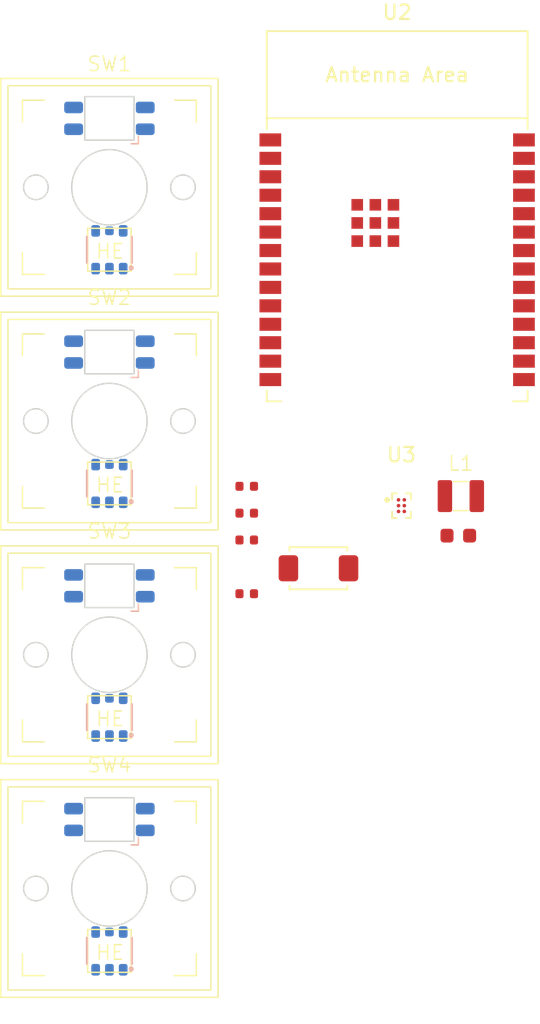
<source format=kicad_pcb>
(kicad_pcb (version 20241229) (generator "pcbnew") (generator_version "9.0")
  (title_block (title "Keys Dock Testpad") (date "2025-11-09") (rev "0.2.1") (company "keys.woooo.tech"))
  (layers (0 "F.Cu" signal) (2 "B.Cu" signal) (13 "F.Paste" user) (15 "B.Paste" user) (5 "F.SilkS" user "F.Silkscreen") (7 "B.SilkS" user "B.Silkscreen") (1 "F.Mask" user) (3 "B.Mask" user) (25 "Edge.Cuts" user))
  (net 0 "")
  (net 1 "GND")
  (net 2 "+5V")
  (net 3 "+3.3V")
  (net 4 "Net-(U3-SW)")
  (net 5 "Net-(SW1-HE_V3.3)")
  (net 6 "Net-(U3-VSET)")
  (net 9 "Net-(SW1-HE_SLEEP)")
  (net 13 "Net-(SW1-LED_DI)")
  (net 14 "Net-(SW2-LED_DI)")
  (net 19 "Net-(SW3-LED_DI)")
  (footprint "KeysDock:C_0402" (layer "F.Cu") (at 94.12 86.6)
    (property "Reference" "C1" (hide yes))
    (property "Value" "4.7uF")
    (pad "1" smd roundrect (at -0.5 0) (size 0.56 0.62) (layers "F.Cu" "F.Mask" "F.Paste") (net 2 "+5V"))
    (pad "2" smd roundrect (at 0.5 0) (size 0.56 0.62) (layers "F.Cu" "F.Mask" "F.Paste") (net 1 "GND"))
  )
  (footprint "KeysDock:C_0402" (layer "F.Cu") (at 94.12 88.45)
    (property "Reference" "C2" (hide yes))
    (property "Value" "10uF")
    (pad "1" smd roundrect (at -0.5 0) (size 0.56 0.62) (layers "F.Cu" "F.Mask" "F.Paste") (net 3 "+3.3V"))
    (pad "2" smd roundrect (at 0.5 0) (size 0.56 0.62) (layers "F.Cu" "F.Mask" "F.Paste") (net 1 "GND"))
  )
  (footprint "KeysDock:R_0402" (layer "F.Cu") (at 94.12 94)
    (property "Reference" "R3" (hide yes))
    (property "Value" "267kΩ" (hide yes))
    (pad "1" smd roundrect (at -0.5 0) (size 0.56 0.62) (layers "F.Cu" "F.Mask" "F.Paste") (net 1 "GND"))
    (pad "2" smd roundrect (at 0.5 0) (size 0.56 0.62) (layers "F.Cu" "F.Mask" "F.Paste") (net 6 "Net-(U3-VSET)"))
  )
  (footprint "KeysDock:IND-SMD_L2.5-W2.0_MHCHL2520" (layer "F.Cu") (at 108.895 87.275)
    (property "Reference" "L1" (at 0 -2.25 0) (layer "F.SilkS") (effects (font (thickness 0.1))))
    (property "Value" "22uH,5mA")
    (fp_line (start -0.5 -1) (end 0.5 -1) (stroke (width 0.1)) (layer "F.SilkS"))
    (fp_line (start -0.5 1) (end 0.5 1) (stroke (width 0.1)) (layer "F.SilkS"))
    (pad "1" smd roundrect (at -1.1 0 90) (size 2.2 1) (layers "F.Cu" "F.Mask" "F.Paste") (roundrect_rratio 0.15) (net 4 "Net-(U3-SW)"))
    (pad "2" smd roundrect (at 1.1 0 90) (size 2.2 1) (layers "F.Cu" "F.Mask" "F.Paste") (roundrect_rratio 0.15) (net 3 "+3.3V"))
  )
  (footprint "KeysDock:KD-SINGLE-KEY" (layer "F.Cu") (at 84.645 82.105)
    (property "Reference" "SW2" (at 0 -8.5 0) (layer "F.SilkS") (effects (font (thickness 0.1))))
    (property "Value" "~")
    (fp_line (start -6 -6) (end -6 -4.5) (stroke (width 0.1)) (layer "F.SilkS"))
    (fp_line (start -6 6) (end -6 4.5) (stroke (width 0.1)) (layer "F.SilkS"))
    (fp_line (start -4.5 -6) (end -6 -6) (stroke (width 0.1)) (layer "F.SilkS"))
    (fp_line (start -4.5 6) (end -6 6) (stroke (width 0.1)) (layer "F.SilkS"))
    (fp_line (start 2 -3.5) (end 2 -3) (stroke (width 0.1)) (layer "F.SilkS"))
    (fp_line (start 2 -3) (end 1.5 -3) (stroke (width 0.1)) (layer "F.SilkS"))
    (fp_line (start 4.5 -6) (end 6 -6) (stroke (width 0.1)) (layer "F.SilkS"))
    (fp_line (start 6 -6) (end 6 -4.5) (stroke (width 0.1)) (layer "F.SilkS"))
    (fp_line (start 6 4.5) (end 6 6) (stroke (width 0.1)) (layer "F.SilkS"))
    (fp_line (start 6 6) (end 4.5 6) (stroke (width 0.1)) (layer "F.SilkS"))
    (fp_rect (start -7.5 -7.5) (end 7.5 7.5) (stroke (width 0.1)) (fill no) (layer "F.SilkS"))
    (fp_rect (start -7 -7) (end 7 7) (stroke (width 0.1)) (fill no) (layer "F.SilkS"))
    (fp_rect (start -1.5 2.825) (end 1.5 5.775) (stroke (width 0.1)) (fill no) (layer "F.SilkS"))
    (fp_line (start -1.55 3.4) (end -1.55 5.2) (stroke (width 0.15)) (layer "B.SilkS"))
    (fp_line (start 1.55 3.4) (end 1.55 5.2) (stroke (width 0.15)) (layer "B.SilkS"))
    (fp_line (start 2 -3.5) (end 2 -3) (stroke (width 0.1)) (layer "B.SilkS"))
    (fp_line (start 2 -3) (end 1.5 -3) (stroke (width 0.1)) (layer "B.SilkS"))
    (fp_circle (center 1.5 5.55) (end 1.5 5.58) (stroke (width 0.15)) (fill no) (layer "B.SilkS"))
    (fp_rect (start -1.7 -6.25) (end 1.7 -3.25) (stroke (width 0.1)) (fill no) (layer "Edge.Cuts"))
    (fp_circle (center -5.075 0) (end -4.225 0) (stroke (width 0.1)) (fill no) (layer "Edge.Cuts"))
    (fp_circle (center 0 0) (end 2.6 0) (stroke (width 0.1)) (fill no) (layer "Edge.Cuts"))
    (fp_circle (center 5.075 0) (end 5.925 0) (stroke (width 0.1)) (fill no) (layer "Edge.Cuts"))
    (fp_text user "HE" (at -1 5 0) (layer "F.SilkS") (effects (font (thickness 0.1)) (justify left bottom)))
    (pad "H1" smd roundrect (at 0.95 5.6 90) (size 0.8 0.6) (layers "B.Cu" "B.Mask" "B.Paste"))
    (pad "H2" smd roundrect (at 0 5.6 90) (size 0.8 0.6) (layers "B.Cu" "B.Mask" "B.Paste") (net 1 "GND"))
    (pad "H3" smd roundrect (at -0.95 5.6 90) (size 0.8 0.6) (layers "B.Cu" "B.Mask" "B.Paste"))
    (pad "H4" smd roundrect (at -0.95 3 90) (size 0.8 0.6) (layers "B.Cu" "B.Mask" "B.Paste") (net 9 "Net-(SW1-HE_SLEEP)"))
    (pad "H5" smd roundrect (at 0 3 90) (size 0.6 0.6) (layers "B.Cu" "B.Mask" "B.Paste") (net 1 "GND"))
    (pad "H6" smd roundrect (at 0.95 3 90) (size 0.8 0.6) (layers "B.Cu" "B.Mask" "B.Paste"))
    (pad "L1" smd roundrect (at 2.47 -4 180) (size 1.3 0.8) (layers "B.Cu" "B.Mask" "B.Paste") (net 1 "GND"))
    (pad "L2" smd roundrect (at 2.47 -5.5 180) (size 1.3 0.8) (layers "B.Cu" "B.Mask" "B.Paste") (net 14 "Net-(SW2-LED_DI)"))
    (pad "L3" smd roundrect (at -2.47 -5.5 180) (size 1.3 0.8) (layers "B.Cu" "B.Mask" "B.Paste") (net 2 "+5V"))
    (pad "L4" smd roundrect (at -2.47 -4 180) (size 1.3 0.8) (layers "B.Cu" "B.Mask" "B.Paste") (net 13 "Net-(SW1-LED_DI)"))
  )
  (footprint "KeysDock:BGA6N40P3X2_146X96X50N" (layer "F.Cu") (at 104.794 87.934)
    (property "Reference" "U3" (at 0 -3.5 0) (layer "F.SilkS"))
    (property "Value" "TPS62840YBGR")
    (fp_line (start -0.645 -0.845) (end -0.645 -0.4225) (stroke (width 0.127)) (layer "F.SilkS"))
    (fp_line (start -0.645 -0.845) (end -0.3225 -0.845) (stroke (width 0.127)) (layer "F.SilkS"))
    (fp_line (start -0.645 0.845) (end -0.645 0.4225) (stroke (width 0.127)) (layer "F.SilkS"))
    (fp_line (start -0.645 0.845) (end -0.3225 0.845) (stroke (width 0.127)) (layer "F.SilkS"))
    (fp_line (start 0.645 -0.845) (end 0.3225 -0.845) (stroke (width 0.127)) (layer "F.SilkS"))
    (fp_line (start 0.645 -0.845) (end 0.645 -0.4225) (stroke (width 0.127)) (layer "F.SilkS"))
    (fp_line (start 0.645 0.845) (end 0.3225 0.845) (stroke (width 0.127)) (layer "F.SilkS"))
    (fp_line (start 0.645 0.845) (end 0.645 0.4225) (stroke (width 0.127)) (layer "F.SilkS"))
    (fp_circle (center -0.984 -0.4) (end -0.884 -0.4) (stroke (width 0.2)) (fill no) (layer "F.SilkS"))
    (pad "A1" smd circle (at -0.2 -0.4) (size 0.25 0.25) (layers "F.Cu" "F.Paste") (net 1 "GND"))
    (pad "A2" smd circle (at 0.2 -0.4) (size 0.25 0.25) (layers "F.Cu" "F.Paste") (net 3 "+3.3V"))
    (pad "B1" smd circle (at -0.2 0) (size 0.25 0.25) (layers "F.Cu" "F.Paste") (net 2 "+5V"))
    (pad "B2" smd circle (at 0.2 0) (size 0.25 0.25) (layers "F.Cu" "F.Paste") (net 4 "Net-(U3-SW)"))
    (pad "C1" smd circle (at -0.2 0.4) (size 0.25 0.25) (layers "F.Cu" "F.Paste") (net 2 "+5V"))
    (pad "C2" smd circle (at 0.2 0.4) (size 0.25 0.25) (layers "F.Cu" "F.Paste") (net 6 "Net-(U3-VSET)"))
  )
  (footprint "KeysDock:SW_TS-1088-AR02016" (layer "F.Cu") (at 99.07 92.25)
    (property "Reference" "S1" (hide yes))
    (property "Value" "Tactile Button, 160gf")
    (fp_line (start -2 -1.45) (end 2 -1.45) (stroke (width 0.127)) (layer "F.SilkS"))
    (fp_line (start -2 -1.22) (end -2 -1.45) (stroke (width 0.127)) (layer "F.SilkS"))
    (fp_line (start -2 1.45) (end -2 1.22) (stroke (width 0.127)) (layer "F.SilkS"))
    (fp_line (start 2 -1.45) (end 2 -1.22) (stroke (width 0.127)) (layer "F.SilkS"))
    (fp_line (start 2 1.45) (end -2 1.45) (stroke (width 0.127)) (layer "F.SilkS"))
    (fp_line (start 2 1.45) (end 2 1.22) (stroke (width 0.127)) (layer "F.SilkS"))
    (pad "1" smd roundrect (at -2.075 0) (size 1.35 1.8) (layers "F.Cu" "F.Mask" "F.Paste") (roundrect_rratio 0.1851851852))
    (pad "2" smd roundrect (at 2.075 0) (size 1.35 1.8) (layers "F.Cu" "F.Mask" "F.Paste") (roundrect_rratio 0.1851851852))
  )
  (footprint "KeysDock:C_0603" (layer "F.Cu") (at 108.72 90)
    (property "Reference" "C3" (hide yes))
    (property "Value" "22uF")
    (pad "1" smd roundrect (at -0.78 0) (size 0.9 0.95) (layers "F.Cu" "F.Mask" "F.Paste") (net 3 "+3.3V"))
    (pad "2" smd roundrect (at 0.78 0) (size 0.9 0.95) (layers "F.Cu" "F.Mask" "F.Paste") (net 1 "GND"))
  )
  (footprint "PCM_Espressif:ESP32-C6-WROOM-1" (layer "F.Cu") (at 104.5 71)
    (property "Reference" "U2" (at 0 -17.05 0) (layer "F.SilkS"))
    (property "Value" "ESP32-C6-WROOM-1")
    (fp_line (start -9 -15.75) (end -9 -9) (stroke (width 0.12)) (layer "F.SilkS"))
    (fp_line (start -9 -15.75) (end 9 -15.75) (stroke (width 0.12)) (layer "F.SilkS"))
    (fp_line (start -9 9) (end -9 9.75) (stroke (width 0.12)) (layer "F.SilkS"))
    (fp_line (start -9 9.75) (end -8 9.75) (stroke (width 0.12)) (layer "F.SilkS"))
    (fp_line (start 9 -15.75) (end 9 -9) (stroke (width 0.12)) (layer "F.SilkS"))
    (fp_line (start 9 -9.75) (end -9 -9.75) (stroke (width 0.12)) (layer "F.SilkS"))
    (fp_line (start 9 9) (end 9 9.75) (stroke (width 0.12)) (layer "F.SilkS"))
    (fp_line (start 9 9.75) (end 8 9.75) (stroke (width 0.12)) (layer "F.SilkS"))
    (fp_text user "Antenna Area" (at 0 -12.75 0) (layer "F.SilkS"))
    (pad "1" smd rect (at -8.75 -8.26) (size 1.5 0.9) (layers "F.Cu" "F.Mask" "F.Paste") (net 1 "GND"))
    (pad "2" smd rect (at -8.75 -6.99) (size 1.5 0.9) (layers "F.Cu" "F.Mask" "F.Paste"))
    (pad "3" smd rect (at -8.75 -5.72) (size 1.5 0.9) (layers "F.Cu" "F.Mask" "F.Paste"))
    (pad "4" smd rect (at -8.75 -4.45) (size 1.5 0.9) (layers "F.Cu" "F.Mask" "F.Paste"))
    (pad "5" smd rect (at -8.75 -3.18) (size 1.5 0.9) (layers "F.Cu" "F.Mask" "F.Paste"))
    (pad "6" smd rect (at -8.75 -1.91) (size 1.5 0.9) (layers "F.Cu" "F.Mask" "F.Paste"))
    (pad "7" smd rect (at -8.75 -0.64) (size 1.5 0.9) (layers "F.Cu" "F.Mask" "F.Paste"))
    (pad "8" smd rect (at -8.75 0.63) (size 1.5 0.9) (layers "F.Cu" "F.Mask" "F.Paste"))
    (pad "9" smd rect (at -8.75 1.9) (size 1.5 0.9) (layers "F.Cu" "F.Mask" "F.Paste"))
    (pad "10" smd rect (at -8.75 3.17) (size 1.5 0.9) (layers "F.Cu" "F.Mask" "F.Paste"))
    (pad "11" smd rect (at -8.75 4.44) (size 1.5 0.9) (layers "F.Cu" "F.Mask" "F.Paste"))
    (pad "12" smd rect (at -8.75 5.71) (size 1.5 0.9) (layers "F.Cu" "F.Mask" "F.Paste"))
    (pad "13" smd rect (at -8.75 6.98) (size 1.5 0.9) (layers "F.Cu" "F.Mask" "F.Paste"))
    (pad "14" smd rect (at -8.75 8.25) (size 1.5 0.9) (layers "F.Cu" "F.Mask" "F.Paste"))
    (pad "15" smd rect (at 8.75 8.25 180) (size 1.5 0.9) (layers "F.Cu" "F.Mask" "F.Paste"))
    (pad "16" smd rect (at 8.75 6.98 180) (size 1.5 0.9) (layers "F.Cu" "F.Mask" "F.Paste"))
    (pad "17" smd rect (at 8.75 5.71 180) (size 1.5 0.9) (layers "F.Cu" "F.Mask" "F.Paste"))
    (pad "18" smd rect (at 8.75 4.44 180) (size 1.5 0.9) (layers "F.Cu" "F.Mask" "F.Paste"))
    (pad "19" smd rect (at 8.75 3.17 180) (size 1.5 0.9) (layers "F.Cu" "F.Mask" "F.Paste"))
    (pad "20" smd rect (at 8.75 1.9 180) (size 1.5 0.9) (layers "F.Cu" "F.Mask" "F.Paste"))
    (pad "21" smd rect (at 8.75 0.63 180) (size 1.5 0.9) (layers "F.Cu" "F.Mask" "F.Paste"))
    (pad "22" smd rect (at 8.75 -0.64 180) (size 1.5 0.9) (layers "F.Cu" "F.Mask" "F.Paste"))
    (pad "23" smd rect (at 8.75 -1.91 180) (size 1.5 0.9) (layers "F.Cu" "F.Mask" "F.Paste"))
    (pad "24" smd rect (at 8.75 -3.18 180) (size 1.5 0.9) (layers "F.Cu" "F.Mask" "F.Paste"))
    (pad "25" smd rect (at 8.75 -4.45 180) (size 1.5 0.9) (layers "F.Cu" "F.Mask" "F.Paste"))
    (pad "26" smd rect (at 8.75 -5.72 180) (size 1.5 0.9) (layers "F.Cu" "F.Mask" "F.Paste"))
    (pad "27" smd rect (at 8.75 -6.99 180) (size 1.5 0.9) (layers "F.Cu" "F.Mask" "F.Paste"))
    (pad "28" smd rect (at 8.75 -8.26 180) (size 1.5 0.9) (layers "F.Cu" "F.Mask" "F.Paste") (net 1 "GND"))
    (pad "29" smd rect (at -2.755 -3.79 180) (size 0.8 0.8) (layers "F.Cu" "F.Mask" "F.Paste") (net 1 "GND"))
    (pad "29" smd rect (at -2.755 -2.54 180) (size 0.8 0.8) (layers "F.Cu" "F.Mask" "F.Paste") (net 1 "GND"))
    (pad "29" smd rect (at -2.755 -1.29 180) (size 0.8 0.8) (layers "F.Cu" "F.Mask" "F.Paste") (net 1 "GND"))
    (pad "29" smd rect (at -1.505 -3.79 180) (size 0.8 0.8) (layers "F.Cu" "F.Mask" "F.Paste") (net 1 "GND"))
    (pad "29" smd rect (at -1.505 -2.54 180) (size 0.8 0.8) (layers "F.Cu" "F.Mask" "F.Paste") (net 1 "GND"))
    (pad "29" smd rect (at -1.505 -1.29 180) (size 0.8 0.8) (layers "F.Cu" "F.Mask" "F.Paste") (net 1 "GND"))
    (pad "29" smd rect (at -0.255 -3.79 180) (size 0.8 0.8) (layers "F.Cu" "F.Mask" "F.Paste") (net 1 "GND"))
    (pad "29" smd rect (at -0.255 -2.54 180) (size 0.8 0.8) (layers "F.Cu" "F.Mask" "F.Paste") (net 1 "GND"))
    (pad "29" smd rect (at -0.255 -1.29 180) (size 0.8 0.8) (layers "F.Cu" "F.Mask" "F.Paste") (net 1 "GND"))
  )
  (footprint "KeysDock:KD-SINGLE-KEY" (layer "F.Cu") (at 84.645 114.305)
    (property "Reference" "SW4" (at 0 -8.5 0) (layer "F.SilkS") (effects (font (thickness 0.1))))
    (property "Value" "~")
    (fp_line (start -6 -6) (end -6 -4.5) (stroke (width 0.1)) (layer "F.SilkS"))
    (fp_line (start -6 6) (end -6 4.5) (stroke (width 0.1)) (layer "F.SilkS"))
    (fp_line (start -4.5 -6) (end -6 -6) (stroke (width 0.1)) (layer "F.SilkS"))
    (fp_line (start -4.5 6) (end -6 6) (stroke (width 0.1)) (layer "F.SilkS"))
    (fp_line (start 2 -3.5) (end 2 -3) (stroke (width 0.1)) (layer "F.SilkS"))
    (fp_line (start 2 -3) (end 1.5 -3) (stroke (width 0.1)) (layer "F.SilkS"))
    (fp_line (start 4.5 -6) (end 6 -6) (stroke (width 0.1)) (layer "F.SilkS"))
    (fp_line (start 6 -6) (end 6 -4.5) (stroke (width 0.1)) (layer "F.SilkS"))
    (fp_line (start 6 4.5) (end 6 6) (stroke (width 0.1)) (layer "F.SilkS"))
    (fp_line (start 6 6) (end 4.5 6) (stroke (width 0.1)) (layer "F.SilkS"))
    (fp_rect (start -7.5 -7.5) (end 7.5 7.5) (stroke (width 0.1)) (fill no) (layer "F.SilkS"))
    (fp_rect (start -7 -7) (end 7 7) (stroke (width 0.1)) (fill no) (layer "F.SilkS"))
    (fp_rect (start -1.5 2.825) (end 1.5 5.775) (stroke (width 0.1)) (fill no) (layer "F.SilkS"))
    (fp_line (start -1.55 3.4) (end -1.55 5.2) (stroke (width 0.15)) (layer "B.SilkS"))
    (fp_line (start 1.55 3.4) (end 1.55 5.2) (stroke (width 0.15)) (layer "B.SilkS"))
    (fp_line (start 2 -3.5) (end 2 -3) (stroke (width 0.1)) (layer "B.SilkS"))
    (fp_line (start 2 -3) (end 1.5 -3) (stroke (width 0.1)) (layer "B.SilkS"))
    (fp_circle (center 1.5 5.55) (end 1.5 5.58) (stroke (width 0.15)) (fill no) (layer "B.SilkS"))
    (fp_rect (start -1.7 -6.25) (end 1.7 -3.25) (stroke (width 0.1)) (fill no) (layer "Edge.Cuts"))
    (fp_circle (center -5.075 0) (end -4.225 0) (stroke (width 0.1)) (fill no) (layer "Edge.Cuts"))
    (fp_circle (center 0 0) (end 2.6 0) (stroke (width 0.1)) (fill no) (layer "Edge.Cuts"))
    (fp_circle (center 5.075 0) (end 5.925 0) (stroke (width 0.1)) (fill no) (layer "Edge.Cuts"))
    (fp_text user "HE" (at -1 5 0) (layer "F.SilkS") (effects (font (thickness 0.1)) (justify left bottom)))
    (pad "H1" smd roundrect (at 0.95 5.6 90) (size 0.8 0.6) (layers "B.Cu" "B.Mask" "B.Paste"))
    (pad "H2" smd roundrect (at 0 5.6 90) (size 0.8 0.6) (layers "B.Cu" "B.Mask" "B.Paste") (net 1 "GND"))
    (pad "H3" smd roundrect (at -0.95 5.6 90) (size 0.8 0.6) (layers "B.Cu" "B.Mask" "B.Paste"))
    (pad "H4" smd roundrect (at -0.95 3 90) (size 0.8 0.6) (layers "B.Cu" "B.Mask" "B.Paste") (net 9 "Net-(SW1-HE_SLEEP)"))
    (pad "H5" smd roundrect (at 0 3 90) (size 0.6 0.6) (layers "B.Cu" "B.Mask" "B.Paste") (net 1 "GND"))
    (pad "H6" smd roundrect (at 0.95 3 90) (size 0.8 0.6) (layers "B.Cu" "B.Mask" "B.Paste"))
    (pad "L1" smd roundrect (at 2.47 -4 180) (size 1.3 0.8) (layers "B.Cu" "B.Mask" "B.Paste") (net 1 "GND"))
    (pad "L2" smd roundrect (at 2.47 -5.5 180) (size 1.3 0.8) (layers "B.Cu" "B.Mask" "B.Paste"))
    (pad "L3" smd roundrect (at -2.47 -5.5 180) (size 1.3 0.8) (layers "B.Cu" "B.Mask" "B.Paste") (net 2 "+5V"))
    (pad "L4" smd roundrect (at -2.47 -4 180) (size 1.3 0.8) (layers "B.Cu" "B.Mask" "B.Paste") (net 19 "Net-(SW3-LED_DI)"))
  )
  (footprint "KeysDock:KD-SINGLE-KEY" (layer "F.Cu") (at 84.645 66.005)
    (property "Reference" "SW1" (at 0 -8.5 0) (layer "F.SilkS") (effects (font (thickness 0.1))))
    (property "Value" "~")
    (fp_line (start -6 -6) (end -6 -4.5) (stroke (width 0.1)) (layer "F.SilkS"))
    (fp_line (start -6 6) (end -6 4.5) (stroke (width 0.1)) (layer "F.SilkS"))
    (fp_line (start -4.5 -6) (end -6 -6) (stroke (width 0.1)) (layer "F.SilkS"))
    (fp_line (start -4.5 6) (end -6 6) (stroke (width 0.1)) (layer "F.SilkS"))
    (fp_line (start 2 -3.5) (end 2 -3) (stroke (width 0.1)) (layer "F.SilkS"))
    (fp_line (start 2 -3) (end 1.5 -3) (stroke (width 0.1)) (layer "F.SilkS"))
    (fp_line (start 4.5 -6) (end 6 -6) (stroke (width 0.1)) (layer "F.SilkS"))
    (fp_line (start 6 -6) (end 6 -4.5) (stroke (width 0.1)) (layer "F.SilkS"))
    (fp_line (start 6 4.5) (end 6 6) (stroke (width 0.1)) (layer "F.SilkS"))
    (fp_line (start 6 6) (end 4.5 6) (stroke (width 0.1)) (layer "F.SilkS"))
    (fp_rect (start -7.5 -7.5) (end 7.5 7.5) (stroke (width 0.1)) (fill no) (layer "F.SilkS"))
    (fp_rect (start -7 -7) (end 7 7) (stroke (width 0.1)) (fill no) (layer "F.SilkS"))
    (fp_rect (start -1.5 2.825) (end 1.5 5.775) (stroke (width 0.1)) (fill no) (layer "F.SilkS"))
    (fp_line (start -1.55 3.4) (end -1.55 5.2) (stroke (width 0.15)) (layer "B.SilkS"))
    (fp_line (start 1.55 3.4) (end 1.55 5.2) (stroke (width 0.15)) (layer "B.SilkS"))
    (fp_line (start 2 -3.5) (end 2 -3) (stroke (width 0.1)) (layer "B.SilkS"))
    (fp_line (start 2 -3) (end 1.5 -3) (stroke (width 0.1)) (layer "B.SilkS"))
    (fp_circle (center 1.5 5.55) (end 1.5 5.58) (stroke (width 0.15)) (fill no) (layer "B.SilkS"))
    (fp_rect (start -1.7 -6.25) (end 1.7 -3.25) (stroke (width 0.1)) (fill no) (layer "Edge.Cuts"))
    (fp_circle (center -5.075 0) (end -4.225 0) (stroke (width 0.1)) (fill no) (layer "Edge.Cuts"))
    (fp_circle (center 0 0) (end 2.6 0) (stroke (width 0.1)) (fill no) (layer "Edge.Cuts"))
    (fp_circle (center 5.075 0) (end 5.925 0) (stroke (width 0.1)) (fill no) (layer "Edge.Cuts"))
    (fp_text user "HE" (at -1 5 0) (layer "F.SilkS") (effects (font (thickness 0.1)) (justify left bottom)))
    (pad "H1" smd roundrect (at 0.95 5.6 90) (size 0.8 0.6) (layers "B.Cu" "B.Mask" "B.Paste") (net 5 "Net-(SW1-HE_V3.3)"))
    (pad "H2" smd roundrect (at 0 5.6 90) (size 0.8 0.6) (layers "B.Cu" "B.Mask" "B.Paste") (net 1 "GND"))
    (pad "H3" smd roundrect (at -0.95 5.6 90) (size 0.8 0.6) (layers "B.Cu" "B.Mask" "B.Paste"))
    (pad "H4" smd roundrect (at -0.95 3 90) (size 0.8 0.6) (layers "B.Cu" "B.Mask" "B.Paste") (net 9 "Net-(SW1-HE_SLEEP)"))
    (pad "H5" smd roundrect (at 0 3 90) (size 0.6 0.6) (layers "B.Cu" "B.Mask" "B.Paste") (net 1 "GND"))
    (pad "H6" smd roundrect (at 0.95 3 90) (size 0.8 0.6) (layers "B.Cu" "B.Mask" "B.Paste"))
    (pad "L1" smd roundrect (at 2.47 -4 180) (size 1.3 0.8) (layers "B.Cu" "B.Mask" "B.Paste") (net 1 "GND"))
    (pad "L2" smd roundrect (at 2.47 -5.5 180) (size 1.3 0.8) (layers "B.Cu" "B.Mask" "B.Paste") (net 13 "Net-(SW1-LED_DI)"))
    (pad "L3" smd roundrect (at -2.47 -5.5 180) (size 1.3 0.8) (layers "B.Cu" "B.Mask" "B.Paste") (net 2 "+5V"))
    (pad "L4" smd roundrect (at -2.47 -4 180) (size 1.3 0.8) (layers "B.Cu" "B.Mask" "B.Paste"))
  )
  (footprint "KeysDock:KD-SINGLE-KEY" (layer "F.Cu") (at 84.645 98.205)
    (property "Reference" "SW3" (at 0 -8.5 0) (layer "F.SilkS") (effects (font (thickness 0.1))))
    (property "Value" "~")
    (fp_line (start -6 -6) (end -6 -4.5) (stroke (width 0.1)) (layer "F.SilkS"))
    (fp_line (start -6 6) (end -6 4.5) (stroke (width 0.1)) (layer "F.SilkS"))
    (fp_line (start -4.5 -6) (end -6 -6) (stroke (width 0.1)) (layer "F.SilkS"))
    (fp_line (start -4.5 6) (end -6 6) (stroke (width 0.1)) (layer "F.SilkS"))
    (fp_line (start 2 -3.5) (end 2 -3) (stroke (width 0.1)) (layer "F.SilkS"))
    (fp_line (start 2 -3) (end 1.5 -3) (stroke (width 0.1)) (layer "F.SilkS"))
    (fp_line (start 4.5 -6) (end 6 -6) (stroke (width 0.1)) (layer "F.SilkS"))
    (fp_line (start 6 -6) (end 6 -4.5) (stroke (width 0.1)) (layer "F.SilkS"))
    (fp_line (start 6 4.5) (end 6 6) (stroke (width 0.1)) (layer "F.SilkS"))
    (fp_line (start 6 6) (end 4.5 6) (stroke (width 0.1)) (layer "F.SilkS"))
    (fp_rect (start -7.5 -7.5) (end 7.5 7.5) (stroke (width 0.1)) (fill no) (layer "F.SilkS"))
    (fp_rect (start -7 -7) (end 7 7) (stroke (width 0.1)) (fill no) (layer "F.SilkS"))
    (fp_rect (start -1.5 2.825) (end 1.5 5.775) (stroke (width 0.1)) (fill no) (layer "F.SilkS"))
    (fp_line (start -1.55 3.4) (end -1.55 5.2) (stroke (width 0.15)) (layer "B.SilkS"))
    (fp_line (start 1.55 3.4) (end 1.55 5.2) (stroke (width 0.15)) (layer "B.SilkS"))
    (fp_line (start 2 -3.5) (end 2 -3) (stroke (width 0.1)) (layer "B.SilkS"))
    (fp_line (start 2 -3) (end 1.5 -3) (stroke (width 0.1)) (layer "B.SilkS"))
    (fp_circle (center 1.5 5.55) (end 1.5 5.58) (stroke (width 0.15)) (fill no) (layer "B.SilkS"))
    (fp_rect (start -1.7 -6.25) (end 1.7 -3.25) (stroke (width 0.1)) (fill no) (layer "Edge.Cuts"))
    (fp_circle (center -5.075 0) (end -4.225 0) (stroke (width 0.1)) (fill no) (layer "Edge.Cuts"))
    (fp_circle (center 0 0) (end 2.6 0) (stroke (width 0.1)) (fill no) (layer "Edge.Cuts"))
    (fp_circle (center 5.075 0) (end 5.925 0) (stroke (width 0.1)) (fill no) (layer "Edge.Cuts"))
    (fp_text user "HE" (at -1 5 0) (layer "F.SilkS") (effects (font (thickness 0.1)) (justify left bottom)))
    (pad "H1" smd roundrect (at 0.95 5.6 90) (size 0.8 0.6) (layers "B.Cu" "B.Mask" "B.Paste"))
    (pad "H2" smd roundrect (at 0 5.6 90) (size 0.8 0.6) (layers "B.Cu" "B.Mask" "B.Paste") (net 1 "GND"))
    (pad "H3" smd roundrect (at -0.95 5.6 90) (size 0.8 0.6) (layers "B.Cu" "B.Mask" "B.Paste"))
    (pad "H4" smd roundrect (at -0.95 3 90) (size 0.8 0.6) (layers "B.Cu" "B.Mask" "B.Paste") (net 9 "Net-(SW1-HE_SLEEP)"))
    (pad "H5" smd roundrect (at 0 3 90) (size 0.6 0.6) (layers "B.Cu" "B.Mask" "B.Paste") (net 1 "GND"))
    (pad "H6" smd roundrect (at 0.95 3 90) (size 0.8 0.6) (layers "B.Cu" "B.Mask" "B.Paste"))
    (pad "L1" smd roundrect (at 2.47 -4 180) (size 1.3 0.8) (layers "B.Cu" "B.Mask" "B.Paste") (net 1 "GND"))
    (pad "L2" smd roundrect (at 2.47 -5.5 180) (size 1.3 0.8) (layers "B.Cu" "B.Mask" "B.Paste") (net 19 "Net-(SW3-LED_DI)"))
    (pad "L3" smd roundrect (at -2.47 -5.5 180) (size 1.3 0.8) (layers "B.Cu" "B.Mask" "B.Paste") (net 2 "+5V"))
    (pad "L4" smd roundrect (at -2.47 -4 180) (size 1.3 0.8) (layers "B.Cu" "B.Mask" "B.Paste") (net 14 "Net-(SW2-LED_DI)"))
  )
  (footprint "KeysDock:R_0402" (layer "F.Cu") (at 94.12 90.3)
    (property "Reference" "R1" (hide yes))
    (property "Value" "10kΩ" (hide yes))
    (pad "1" smd roundrect (at -0.5 0) (size 0.56 0.62) (layers "F.Cu" "F.Mask" "F.Paste") (net 5 "Net-(SW1-HE_V3.3)"))
    (pad "2" smd roundrect (at 0.5 0) (size 0.56 0.62) (layers "F.Cu" "F.Mask" "F.Paste") (net 3 "+3.3V"))
  )
)
</source>
